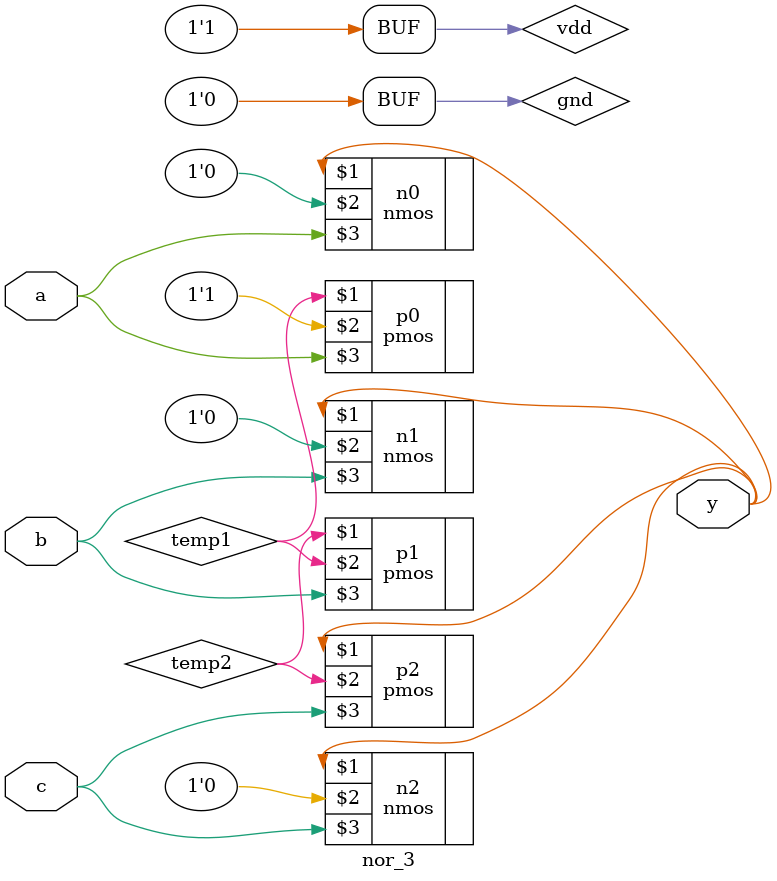
<source format=v>
module nor_3(a,b,c,y);
  input a,b,c;
  output y;
  
  supply1 vdd;
  supply0 gnd;
  
  wire temp1,temp2;
  
  pmos p0(temp1,vdd,a);
  pmos p1(temp2,temp1,b);
  pmos p2(y,temp2,c);
  nmos n0(y,gnd,a);
  nmos n1(y,gnd,b);
  nmos n2(y,gnd,c);
 
 endmodule
</source>
